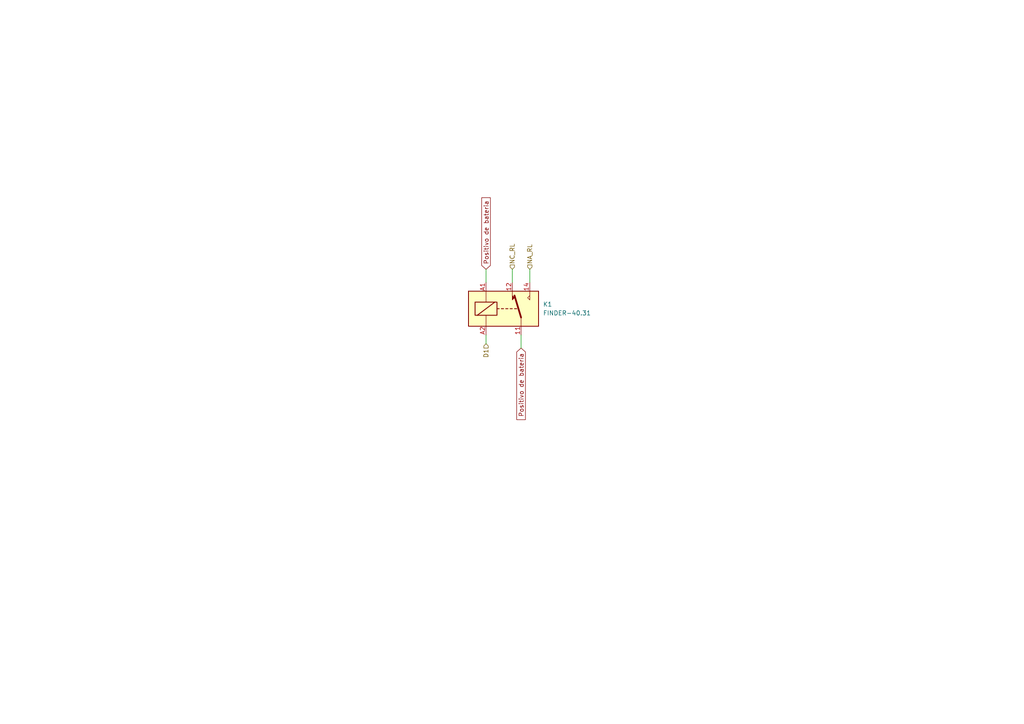
<source format=kicad_sch>
(kicad_sch (version 20230121) (generator eeschema)
  (paper "A4")
  (lib_symbols
    (symbol "Relay:FINDER-40.31"
      (property "Reference" "K" (at 11.43 3.81 0))
      (property "Value" "FINDER-40.31" (at 11.43 1.27 0))
      (symbol "FINDER-40.31_0_0"
        (polyline (pts (xy 7.62 5.08) (xy 7.62 2.54) (xy 6.985 3.175) (xy 7.62 3.81)))
      )
      (symbol "FINDER-40.31_0_1"
        (rectangle (start -10.16 5.08) (end 10.16 -5.08) (stroke (width 0.254)) (fill (type background)))
        (rectangle (start -8.255 1.905) (end -1.905 -1.905) (stroke (width 0.254)))
        (polyline (pts (xy -7.62 -1.905) (xy -2.54 1.905)) (stroke (width 0.254)))
        (polyline (pts (xy -5.08 -5.08) (xy -5.08 -1.905)))
        (polyline (pts (xy -5.08 5.08) (xy -5.08 1.905)))
        (polyline (pts (xy -1.905 0) (xy -1.27 0)) (stroke (width 0.254)))
        (polyline (pts (xy -0.635 0) (xy 0 0)) (stroke (width 0.254)))
        (polyline (pts (xy 0.635 0) (xy 1.27 0)) (stroke (width 0.254)))
        (polyline (pts (xy 1.905 0) (xy 2.54 0)) (stroke (width 0.254)))
        (polyline (pts (xy 3.175 0) (xy 3.81 0)) (stroke (width 0.254)))
        (polyline (pts (xy 5.08 -2.54) (xy 3.175 3.81)) (stroke (width 0.508)))
        (polyline (pts (xy 5.08 -2.54) (xy 5.08 -5.08)))
        (polyline (pts (xy 2.54 5.08) (xy 2.54 2.54) (xy 3.175 3.175) (xy 2.54 3.81)) (fill (type outline)))
      )
      (symbol "FINDER-40.31_1_1"
        (pin passive line (at 5.08 -7.62 90) (length 2.54) (name "~") (number "11"))
        (pin passive line (at 2.54 7.62 270) (length 2.54) (name "~") (number "12"))
        (pin passive line (at 7.62 7.62 270) (length 2.54) (name "~") (number "14"))
        (pin passive line (at -5.08 7.62 270) (length 2.54) (name "~") (number "A1"))
        (pin passive line (at -5.08 -7.62 90) (length 2.54) (name "~") (number "A2"))
      )
    )
  )
  (wire (pts (xy 153.67 81.915) (xy 153.67 78.105)))
  (wire (pts (xy 148.59 78.105) (xy 148.59 81.915)))
  (wire (pts (xy 140.97 97.155) (xy 140.97 99.695)))
  (wire (pts (xy 151.13 97.155) (xy 151.13 100.965)))
  (wire (pts (xy 140.97 78.105) (xy 140.97 81.915)))
  (global_label "Positivo de bateria" (shape input) (at 151.13 100.965 270) (property "Intersheetrefs" "${INTERSHEET_REFS}" (effects hide)))
  (global_label "Positivo de bateria" (shape input) (at 140.97 78.105 90) (property "Intersheetrefs" "${INTERSHEET_REFS}" (effects hide)))
  (hierarchical_label "NA_RL" (shape input) (at 153.67 78.105 90))
  (hierarchical_label "D1" (shape input) (at 140.97 99.695 270))
  (hierarchical_label "NC_RL" (shape input) (at 148.59 78.105 90))
  (symbol (lib_id "Relay:FINDER-40.31") (at 146.05 89.535 0) (unit 1)
    (property "Reference" "K1" (at 157.48 88.2649 0) (effects (justify left)))
    (property "Value" "FINDER-40.31" (at 157.48 90.8049 0) (effects (justify left)))
    (property "Footprint" "Relay_THT:Relay_SPDT_Finder_40.31" (effects hide))
    (property "Datasheet" "http://gfinder.findernet.com/assets/Series/353/S40EN.pdf" (effects hide))
  )
)
</source>
